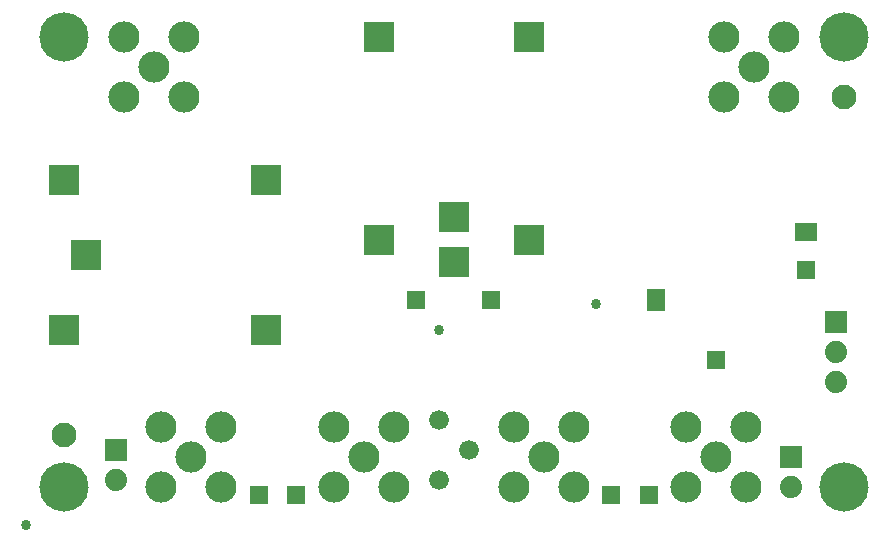
<source format=gbs>
*%FSLAX24Y24*%
*%MOIN*%
G01*
%ADD11C,0.0000*%
%ADD12C,0.0040*%
%ADD13C,0.0050*%
%ADD14C,0.0060*%
%ADD15C,0.0073*%
%ADD16C,0.0080*%
%ADD17C,0.0100*%
%ADD18C,0.0120*%
%ADD19C,0.0160*%
%ADD20C,0.0200*%
%ADD21C,0.0200*%
%ADD22C,0.0240*%
%ADD23C,0.0250*%
%ADD24C,0.0300*%
%ADD25C,0.0320*%
%ADD26C,0.0340*%
%ADD27C,0.0360*%
%ADD28C,0.0394*%
%ADD29C,0.0400*%
%ADD30C,0.0434*%
%ADD31C,0.0480*%
%ADD32C,0.0500*%
%ADD33C,0.0520*%
%ADD34C,0.0560*%
%ADD35C,0.0620*%
%ADD36C,0.0650*%
%ADD37C,0.0660*%
%ADD38C,0.0670*%
%ADD39C,0.0680*%
%ADD40C,0.0700*%
%ADD41C,0.0740*%
%ADD42C,0.0827*%
%ADD43C,0.0850*%
%ADD44C,0.0870*%
%ADD45C,0.1000*%
%ADD46C,0.1040*%
%ADD47C,0.1250*%
%ADD48C,0.1600*%
%ADD49C,0.1640*%
%ADD50C,0.2250*%
%ADD51R,0.0400X0.0400*%
%ADD52R,0.0400X0.0500*%
%ADD53R,0.0440X0.0540*%
%ADD54R,0.0450X0.0300*%
%ADD55R,0.0500X0.0400*%
%ADD56R,0.0500X0.0500*%
%ADD57R,0.0500X0.0600*%
%ADD58R,0.0540X0.0440*%
%ADD59R,0.0600X0.0500*%
%ADD60R,0.0600X0.0600*%
%ADD61R,0.0600X0.0700*%
%ADD62R,0.0640X0.0640*%
%ADD63R,0.0640X0.0740*%
%ADD64R,0.0700X0.0600*%
%ADD65R,0.0700X0.0700*%
%ADD66R,0.0740X0.0640*%
%ADD67R,0.0740X0.0740*%
%ADD68R,0.1000X0.1000*%
%ADD69R,0.1000X0.1000*%
%ADD70R,0.1040X0.1040*%
D11*
X53220Y37620D02*
D03*
X52220Y41620D02*
D03*
X51720Y34370D02*
D03*
X50720Y39120D02*
D03*
Y37870D02*
D03*
X49720Y42620D02*
D03*
X49470Y38370D02*
D03*
X50470Y36120D02*
D03*
X48970D02*
D03*
X49340Y41020D02*
D03*
X47220Y48120D02*
D03*
Y46120D02*
D03*
X48470Y39370D02*
D03*
X47220Y38370D02*
D03*
Y37120D02*
D03*
X45970Y42370D02*
D03*
X46470Y35620D02*
D03*
Y37620D02*
D03*
X45220Y35620D02*
D03*
X43470Y45620D02*
D03*
Y44120D02*
D03*
X44720Y46370D02*
D03*
Y47870D02*
D03*
X43220Y40620D02*
D03*
Y36120D02*
D03*
X44220Y39870D02*
D03*
X40970Y46620D02*
D03*
X42470Y44870D02*
D03*
X41470Y34120D02*
D03*
X42470Y37870D02*
D03*
X40970Y36120D02*
D03*
X40220Y43870D02*
D03*
Y45370D02*
D03*
X39220Y32620D02*
D03*
X40720Y37870D02*
D03*
X39470Y39370D02*
D03*
Y36120D02*
D03*
X38720Y43870D02*
D03*
X38220Y46620D02*
D03*
Y37620D02*
D03*
X37970Y36120D02*
D03*
X38220Y33870D02*
D03*
X36470Y44370D02*
D03*
X36720Y46120D02*
D03*
X34970D02*
D03*
Y48120D02*
D03*
X35970Y39620D02*
D03*
Y40870D02*
D03*
X35220Y37870D02*
D03*
Y36620D02*
D03*
X34470Y44370D02*
D03*
X33470Y46120D02*
D03*
X33720Y39620D02*
D03*
Y40870D02*
D03*
Y35120D02*
D03*
X34720Y35620D02*
D03*
X31970Y46120D02*
D03*
X31720Y48120D02*
D03*
X31470Y44370D02*
D03*
Y36870D02*
D03*
X32470Y40620D02*
D03*
X32720Y36370D02*
D03*
X32220Y32370D02*
D03*
X29470Y44370D02*
D03*
X30470Y40620D02*
D03*
X28970Y36870D02*
D03*
X28720Y40620D02*
D03*
X27220Y34370D02*
D03*
X25720Y44370D02*
D03*
X26970D02*
D03*
Y45870D02*
D03*
X26220Y36370D02*
D03*
X26470Y39620D02*
D03*
D26*
X44220Y39220D02*
D03*
X38970Y38370D02*
D03*
X25220Y31870D02*
D03*
D30*
X52470Y46120D02*
D03*
X26470Y34870D02*
D03*
D37*
X38970Y35370D02*
D03*
X39970Y34370D02*
D03*
X38970Y33370D02*
D03*
D41*
X52220Y36620D02*
D03*
Y37620D02*
D03*
X50720Y33120D02*
D03*
X28220Y33370D02*
D03*
D42*
X52470Y46120D02*
D03*
X26470Y34870D02*
D03*
D46*
X50470Y48120D02*
D03*
X48470Y46120D02*
D03*
X50470D02*
D03*
X48470Y48120D02*
D03*
X49470Y47120D02*
D03*
X37470Y35120D02*
D03*
X35470Y33120D02*
D03*
X37470D02*
D03*
X35470Y35120D02*
D03*
X36470Y34120D02*
D03*
X49220Y35120D02*
D03*
X47220Y33120D02*
D03*
X49220D02*
D03*
X47220Y35120D02*
D03*
X48220Y34120D02*
D03*
X43470Y35120D02*
D03*
X41470Y33120D02*
D03*
X43470D02*
D03*
X41470Y35120D02*
D03*
X42470Y34120D02*
D03*
X30470Y48120D02*
D03*
X28470Y46120D02*
D03*
X30470D02*
D03*
X28470Y48120D02*
D03*
X29470Y47120D02*
D03*
X31720Y35120D02*
D03*
X29720Y33120D02*
D03*
X31720D02*
D03*
X29720Y35120D02*
D03*
X30720Y34120D02*
D03*
D49*
X52470Y48120D02*
D03*
Y33120D02*
D03*
X26470Y48120D02*
D03*
Y33120D02*
D03*
D62*
X51220Y40370D02*
D03*
X45970Y32870D02*
D03*
X44720D02*
D03*
X40720Y39370D02*
D03*
X38220D02*
D03*
X48220Y37370D02*
D03*
X32970Y32870D02*
D03*
X34220D02*
D03*
D63*
X46220Y39370D02*
D03*
D66*
X51220Y41620D02*
D03*
D67*
X52220Y38620D02*
D03*
X50720Y34120D02*
D03*
X28220Y34370D02*
D03*
D70*
X39470Y40620D02*
D03*
Y42120D02*
D03*
X41970Y48120D02*
D03*
X36970D02*
D03*
Y41370D02*
D03*
X41970D02*
D03*
X27220Y40870D02*
D03*
X33220Y38370D02*
D03*
Y43370D02*
D03*
X26470D02*
D03*
Y38370D02*
D03*
M02*

</source>
